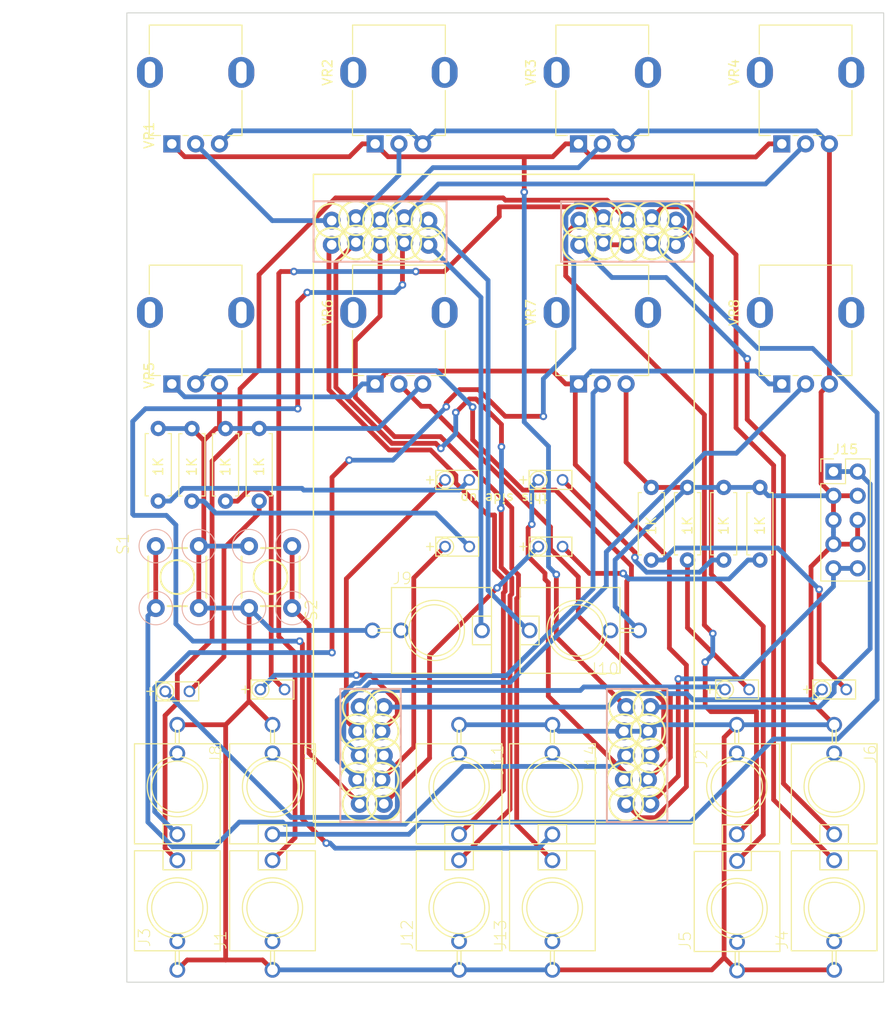
<source format=kicad_pcb>
(kicad_pcb (version 20211014) (generator pcbnew)
  (layers (0 "F.Cu" signal) (31 "B.Cu" signal) (34 "B.Paste" user) (35 "F.Paste" user) (36 "B.SilkS" user "B.Silkscreen") (37 "F.SilkS" user "F.Silkscreen") (38 "B.Mask" user) (39 "F.Mask" user) (44 "Edge.Cuts" user))
  (net 0 "")
  (net 1 "AUDIO_IN_L")
  (net 3 "gnd")
  (net 4 "GATE_OUT_1")
  (net 6 "AUDIO_IN_R")
  (net 8 "AUDIO_OUT_L")
  (net 10 "AUDIO_OUT_R")
  (net 12 "GATE_OUT_2")
  (net 14 "GATE_IN_2")
  (net 16 "GATE_IN_1")
  (net 18 "CV_OUT_1")
  (net 20 "CV_OUT_2")
  (net 22 "CV5")
  (net 24 "CV6")
  (net 26 "CV7")
  (net 28 "CV8")
  (net 30 "+12v")
  (net 31 "-12v")
  (net 32 "GPIO_A9")
  (net 33 "Net-(LED1-PadK)")
  (net 34 "GPIO_D7")
  (net 35 "Net-(LED2-PadK)")
  (net 36 "GPIO_D6")
  (net 37 "Net-(LED3-PadK)")
  (net 38 "GPIO_D4")
  (net 39 "Net-(LED4-PadK)")
  (net 40 "Net-(LED5-PadK)")
  (net 41 "GPIO_D3")
  (net 42 "Net-(LED6-PadK)")
  (net 43 "GPIO_D2")
  (net 44 "Net-(LED7-PadK)")
  (net 45 "GPIO_D1")
  (net 46 "Net-(LED8-PadK)")
  (net 47 "GPIO_A8")
  (net 48 "GPIO_D10")
  (net 49 "CV11")
  (net 50 "CV12")
  (net 51 "CV1")
  (net 52 "CV2")
  (net 53 "CV3")
  (net 54 "CV4")
  (net 55 "I2C_SCL")
  (net 56 "+3v3")
  (net 57 "CV9")
  (net 58 "CV10")
  (net 59 "+5v")
  (net 60 "GPIO_D5")
  (footprint "ES_Daisy_Patch_SM_FB_Rev1:LED" (layer "F.Cu") (at 112.15 79.275)
    (fp_text reference "LED7" hide)
    (fp_text value "CV_LED_1")
  )
  (footprint "ES_Daisy_Patch_SM_FB_Rev1:S_JACK" (layer "F.Cu") (at 122.15 104.475 180)
    (fp_text reference "J14")
    (fp_text value "EURO_JACK" hide)
  )
  (footprint "ES_Daisy_Patch_SM_FB_Rev1:S_JACK" (layer "F.Cu") (at 92.75 104.475 180)
    (fp_text reference "J7")
    (fp_text value "EURO_JACK" hide)
  )
  (footprint "ES_Daisy_Patch_SM_FB_Rev1:LED" (layer "F.Cu") (at 151.75 94.275)
    (fp_text reference "LED4" hide)
    (fp_text value "GATE_LED_O2")
  )
  (footprint "ES_Daisy_Patch_SM_FB_Rev1:TL1105SPF250Q_SILK" (layer "F.Cu") (at 82.75 82.475 -90)
    (fp_text reference "S1")
    (fp_text value "BUTT1" hide)
  )
  (footprint "ES_Daisy_Patch_SM_FB_Rev1:S_JACK" (layer "F.Cu") (at 82.75 117.2057)
    (fp_text reference "J3")
    (fp_text value "EURO_JACK" hide)
  )
  (footprint "benjiaomodular:Resistor_L6.3mm_D2.5mm_P7.62mm_Horizontal" (layer "F.Cu") (at 80.75 66.875 -90)
    (fp_text reference "R2" hide)
    (fp_text value "1K")
  )
  (footprint "benjiaomodular:Resistor_L6.3mm_D2.5mm_P7.62mm_Horizontal" (layer "F.Cu") (at 143.95 73.065 -90)
    (fp_text reference "R8" hide)
    (fp_text value "1K")
  )
  (footprint "benjiaomodular:Resistor_L6.3mm_D2.5mm_P7.62mm_Horizontal" (layer "F.Cu") (at 132.54 73.065 -90)
    (fp_text reference "R4" hide)
    (fp_text value "1K")
  )
  (footprint "benjiaomodular:Resistor_L6.3mm_D2.5mm_P7.62mm_Horizontal" (layer "F.Cu") (at 136.3433 73.065 -90)
    (fp_text reference "R3" hide)
    (fp_text value "1K")
  )
  (footprint "ES_Daisy_Patch_SM_FB_Rev1:S_JACK" (layer "F.Cu") (at 112.35 117.2057)
    (fp_text reference "J12")
    (fp_text value "EURO_JACK" hide)
  )
  (footprint "benjiaomodular:Potentiometer_RV09" (layer "F.Cu") (at 103.5333 37 90)
    (fp_text reference "VR2")
    (fp_text value "POT_9MM_SNAP-IN_")
  )
  (footprint "ES_Daisy_Patch_SM_FB_Rev1:LED" (layer "F.Cu") (at 82.75 94.475)
    (fp_text reference "LED6" hide)
    (fp_text value "GATE_LED_I1")
  )
  (footprint "ES_Daisy_Patch_SM_FB_Rev1:TL1105SPF250Q_SILK" (layer "F.Cu") (at 92.55 82.475 90)
    (fp_text reference "S2")
    (fp_text value "BUTT2" hide)
  )
  (footprint "ES_Daisy_Patch_SM_FB_Rev1:S_JACK" (layer "F.Cu") (at 122.15 117.2057)
    (fp_text reference "J13")
    (fp_text value "EURO_JACK" hide)
  )
  (footprint "benjiaomodular:Potentiometer_RV09" (layer "F.Cu") (at 124.8917 62.2 90)
    (fp_text reference "VR7")
    (fp_text value "POT_9MM_SNAP-IN_")
  )
  (footprint "ES_Daisy_Patch_SM_FB_Rev1:LED" (layer "F.Cu") (at 121.95 72.275)
    (fp_text reference "LED1" hide)
    (fp_text value "GEN_LED1")
  )
  (footprint "benjiaomodular:Resistor_L6.3mm_D2.5mm_P7.62mm_Horizontal" (layer "F.Cu") (at 140.1467 73.065 -90)
    (fp_text reference "R1" hide)
    (fp_text value "1K")
  )
  (footprint "ES_Daisy_Patch_SM_FB_Rev1:S_JACK" (layer "F.Cu") (at 151.75 104.475 180)
    (fp_text reference "J6")
    (fp_text value "EURO_JACK" hide)
  )
  (footprint "ES_Daisy_Patch_SM_FB_Rev1:S_JACK" (layer "F.Cu") (at 92.75 117.2057)
    (fp_text reference "J1")
    (fp_text value "EURO_JACK" hide)
  )
  (footprint "ES_Daisy_Patch_SM_FB_Rev1:S_JACK" (layer "F.Cu") (at 141.5193 104.475 180)
    (fp_text reference "J2")
    (fp_text value "EURO_JACK" hide)
  )
  (footprint "benjiaomodular:Potentiometer_RV09" (layer "F.Cu") (at 82.175 37 90)
    (fp_text reference "VR1")
    (fp_text value "POT_9MM_SNAP-IN_")
  )
  (footprint "ES_Daisy_Patch_SM_FB_Rev1:S_JACK" (layer "F.Cu") (at 112.35 104.475 180)
    (fp_text reference "J11")
    (fp_text value "EURO_JACK" hide)
  )
  (footprint "ES_Daisy_Patch_SM_FB_Rev1:S_JACK" (layer "F.Cu") (at 141.55 117.275)
    (fp_text reference "J5")
    (fp_text value "EURO_JACK" hide)
  )
  (footprint "ES_Daisy_Patch_SM_FB_Rev1:ES_DAISY_PATCH_SM_REV1" (layer "F.Cu") (at 117.05 74.2 90)
    (fp_text reference "U1" hide)
    (fp_text value "ES_DAISY_PATCH_SM_REV1" hide)
  )
  (footprint "Connector_PinHeader_2.54mm:PinHeader_2x05_P2.54mm_Vertical" (layer "F.Cu") (at 151.675 71.4)
    (fp_text reference "J15")
    (fp_text value "EuroPower")
  )
  (footprint "benjiaomodular:Potentiometer_RV09" (layer "F.Cu") (at 82.175 62.2 90)
    (fp_text reference "VR5")
    (fp_text value "POT_9MM_SNAP-IN_")
  )
  (footprint "benjiaomodular:Potentiometer_RV09" (layer "F.Cu") (at 146.25 62.2 90)
    (fp_text reference "VR8")
    (fp_text value "POT_9MM_SNAP-IN_")
  )
  (footprint "ES_Daisy_Patch_SM_FB_Rev1:S_JACK" (layer "F.Cu") (at 109.75 88.075 -90)
    (fp_text reference "J9")
    (fp_text value "EURO_JACK" hide)
  )
  (footprint "ES_Daisy_Patch_SM_FB_Rev1:LED" (layer "F.Cu") (at 92.75 94.275)
    (fp_text reference "LED5" hide)
    (fp_text value "GATE_LED_I2")
  )
  (footprint "ES_Daisy_Patch_SM_FB_Rev1:LED" (layer "F.Cu") (at 141.55 94.275)
    (fp_text reference "LED3" hide)
    (fp_text value "GATE_LED_O1")
  )
  (footprint "ES_Daisy_Patch_SM_FB_Rev1:LED" (layer "F.Cu") (at 121.95 79.275)
    (fp_text reference "LED8" hide)
    (fp_text value "CV_LED_2")
  )
  (footprint "benjiaomodular:Potentiometer_RV09" (layer "F.Cu") (at 146.25 37 90)
    (fp_text reference "VR4")
    (fp_text value "POT_9MM_SNAP-IN_")
  )
  (footprint "ES_Daisy_Patch_SM_FB_Rev1:S_JACK" (layer "F.Cu") (at 151.75 117.2057)
    (fp_text reference "J4")
    (fp_text value "EURO_JACK" hide)
  )
  (footprint "ES_Daisy_Patch_SM_FB_Rev1:S_JACK" (layer "F.Cu") (at 82.75 104.475 180)
    (fp_text reference "J8")
    (fp_text value "EURO_JACK" hide)
  )
  (footprint "benjiaomodular:Resistor_L6.3mm_D2.5mm_P7.62mm_Horizontal" (layer "F.Cu") (at 87.8167 66.885 -90)
    (fp_text reference "R5" hide)
    (fp_text value "1K")
  )
  (footprint "benjiaomodular:Potentiometer_RV09" (layer "F.Cu") (at 124.8917 37 90)
    (fp_text reference "VR3")
    (fp_text value "POT_9MM_SNAP-IN_")
  )
  (footprint "benjiaomodular:Resistor_L6.3mm_D2.5mm_P7.62mm_Horizontal" (layer "F.Cu") (at 84.2833 66.885 -90)
    (fp_text reference "R7" hide)
    (fp_text value "1K")
  )
  (footprint "ES_Daisy_Patch_SM_FB_Rev1:S_JACK" (layer "F.Cu") (at 124.75 88.075 90)
    (fp_text reference "J10")
    (fp_text value "EURO_JACK" hide)
  )
  (footprint "benjiaomodular:Potentiometer_RV09" (layer "F.Cu") (at 103.5333 62.2 90)
    (fp_text reference "VR6")
    (fp_text value "POT_9MM_SNAP-IN_")
  )
  (footprint "benjiaomodular:Resistor_L6.3mm_D2.5mm_P7.62mm_Horizontal" (layer "F.Cu") (at 91.35 66.875 -90)
    (fp_text reference "R6" hide)
    (fp_text value "1K")
  )
  (footprint "ES_Daisy_Patch_SM_FB_Rev1:LED" (layer "F.Cu") (at 112.15 72.275)
    (fp_text reference "LED2" hide)
    (fp_text value "GEN_LED1")
  )
  (gr_rect (start 77.45 23.25) (end 156.95 125) (layer "Edge.Cuts") (width 0.1) (fill none))
  (segment (start 110.8 50.4) (end 107.8 50.4) (width 0.5) (layer "F.Cu") (net 1))
  (segment (start 111 50.2) (end 110.8 50.4) (width 0.5) (layer "F.Cu") (net 1))
  (segment (start 116.5691 44.6309) (end 111 50.2) (width 0.5) (layer "F.Cu") (net 1))
  (segment (start 93.6204 50.4) (end 93.4102 50.6102) (width 0.5) (layer "F.Cu") (net 1))
  (segment (start 126.3184 43.6114) (end 127.51 44.803) (width 0.5) (layer "F.Cu") (net 1))
  (segment (start 95.1182 109.8375) (end 95.1182 90.4294) (width 0.5) (layer "F.Cu") (net 1))
  (segment (start 116.5691 43.6114) (end 116.5691 44.6309) (width 0.5) (layer "F.Cu") (net 1))
  (segment (start 92.75 112.2057) (end 95.1182 109.8375) (width 0.5) (layer "F.Cu") (net 1))
  (segment (start 95.1182 90.4294) (end 93.4102 88.7214) (width 0.5) (layer "F.Cu") (net 1))
  (segment (start 116.5691 43.6114) (end 126.3184 43.6114) (width 0.5) (layer "F.Cu") (net 1))
  (segment (start 95 50.4) (end 93.6204 50.4) (width 0.5) (layer "F.Cu") (net 1))
  (segment (start 93.4102 88.7214) (end 93.4102 50.6102) (width 0.5) (layer "F.Cu") (net 1))
  (via (at 95 50.4) (size 0.8) (drill 0.4) (layers "F.Cu" "B.Cu") (net 1))
  (via (at 107.8 50.4) (size 0.8) (drill 0.4) (layers "F.Cu" "B.Cu") (net 1))
  (segment (start 107.8 50.4) (end 95 50.4) (width 0.5) (layer "B.Cu") (net 1))
  (segment (start 87.8288 97.975) (end 82.75 97.975) (width 0.5) (layer "F.Cu") (net 3))
  (segment (start 83.7875 122.6682) (end 82.75 123.7057) (width 0.5) (layer "F.Cu") (net 3))
  (segment (start 150.3746 72.6396) (end 151.675 73.94) (width 0.5) (layer "F.Cu") (net 3))
  (segment (start 86.7907 66.885) (end 85.537 68.1387) (width 0.5) (layer "F.Cu") (net 3))
  (segment (start 90.2894 85.7262) (end 90.2894 95.5144) (width 0.5) (layer "F.Cu") (net 3))
  (segment (start 154.215 79.02) (end 152.9147 79.02) (width 0.5) (layer "F.Cu") (net 3))
  (segment (start 132.54 73.065) (end 136.3433 73.065) (width 0.5) (layer "F.Cu") (net 3))
  (segment (start 92.75 123.7057) (end 91.7125 122.6682) (width 0.5) (layer "F.Cu") (net 3))
  (segment (start 87.175 66.885) (end 86.7907 66.885) (width 0.5) (layer "F.Cu") (net 3))
  (segment (start 151.675 79.02) (end 152.9147 79.02) (width 0.5) (layer "F.Cu") (net 3))
  (segment (start 91.7125 122.6682) (end 87.8288 122.6682) (width 0.5) (layer "F.Cu") (net 3))
  (segment (start 138.8951 123.7057) (end 122.15 123.7057) (width 0.5) (layer "F.Cu") (net 3))
  (segment (start 149.3184 81.3766) (end 151.675 79.02) (width 0.5) (layer "F.Cu") (net 3))
  (segment (start 151.25 62.2) (end 150.3746 63.0754) (width 0.5) (layer "F.Cu") (net 3))
  (segment (start 85.0106 79.2238) (end 85.0106 85.7262) (width 0.5) (layer "F.Cu") (net 3))
  (segment (start 140.1879 99.3064) (end 140.1879 122.4129) (width 0.5) (layer "F.Cu") (net 3))
  (segment (start 140.1879 122.4129) (end 138.8951 123.7057) (width 0.5) (layer "F.Cu") (net 3))
  (segment (start 149.3184 95.5434) (end 149.3184 81.3766) (width 0.5) (layer "F.Cu") (net 3))
  (segment (start 85.537 78.6974) (end 85.0106 79.2238) (width 0.5) (layer "F.Cu") (net 3))
  (segment (start 154.215 73.94) (end 152.9147 73.94) (width 0.5) (layer "F.Cu") (net 3))
  (segment (start 87.175 66.885) (end 87.175 62.2) (width 0.5) (layer "F.Cu") (net 3))
  (segment (start 154.215 79.02) (end 154.215 76.48) (width 0.5) (layer "F.Cu") (net 3))
  (segment (start 84.2833 66.885) (end 85.537 68.1387) (width 0.5) (layer "F.Cu") (net 3))
  (segment (start 129.8917 70.4167) (end 132.54 73.065) (width 0.5) (layer "F.Cu") (net 3))
  (segment (start 85.537 68.1387) (end 85.537 78.6974) (width 0.5) (layer "F.Cu") (net 3))
  (segment (start 150.3746 63.0754) (end 150.3746 72.6396) (width 0.5) (layer "F.Cu") (net 3))
  (segment (start 140.1879 122.4129) (end 141.55 123.775) (width 0.5) (layer "F.Cu") (net 3))
  (segment (start 151.675 73.94) (end 152.9147 73.94) (width 0.5) (layer "F.Cu") (net 3))
  (segment (start 141.5193 97.975) (end 140.1879 99.3064) (width 0.5) (layer "F.Cu") (net 3))
  (segment (start 90.2894 95.5144) (end 92.75 97.975) (width 0.5) (layer "F.Cu") (net 3))
  (segment (start 90.2894 95.5144) (end 87.8288 97.975) (width 0.5) (layer "F.Cu") (net 3))
  (segment (start 87.8288 122.6682) (end 83.7875 122.6682) (width 0.5) (layer "F.Cu") (net 3))
  (segment (start 141.6193 123.7057) (end 141.55 123.775) (width 0.5) (layer "F.Cu") (net 3))
  (segment (start 129.8917 62.2) (end 129.8917 70.4167) (width 0.5) (layer "F.Cu") (net 3))
  (segment (start 151.75 97.975) (end 149.3184 95.5434) (width 0.5) (layer "F.Cu") (net 3))
  (segment (start 151.675 76.48) (end 151.675 73.94) (width 0.5) (layer "F.Cu") (net 3))
  (segment (start 151.25 37) (end 151.25 62.2) (width 0.5) (layer "F.Cu") (net 3))
  (segment (start 87.8167 66.885) (end 87.175 66.885) (width 0.5) (layer "F.Cu") (net 3))
  (segment (start 151.75 123.7057) (end 141.6193 123.7057) (width 0.5) (layer "F.Cu") (net 3))
  (segment (start 87.8288 97.975) (end 87.8288 122.6682) (width 0.5) (layer "F.Cu") (net 3))
  (segment (start 103.8583 66.875) (end 91.35 66.875) (width 0.5) (layer "B.Cu") (net 3))
  (segment (start 132.193 98.66) (end 129.653 98.66) (width 0.5) (layer "B.Cu") (net 3))
  (segment (start 128.5339 35.6422) (end 109.8911 35.6422) (width 0.5) (layer "B.Cu") (net 3))
  (segment (start 151.675 79.02) (end 151.675 77.7803) (width 0.5) (layer "B.Cu") (net 3))
  (segment (start 107.1667 35.6334) (end 88.5416 35.6334) (width 0.5) (layer "B.Cu") (net 3))
  (segment (start 112.35 97.975) (end 122.15 97.975) (width 0.5) (layer "B.Cu") (net 3))
  (segment (start 87.8267 66.875) (end 87.8167 66.885) (width 0.5) (layer "B.Cu") (net 3))
  (segment (start 141.5193 97.975) (end 132.878 97.975) (width 0.5) (layer "B.Cu") (net 3))
  (segment (start 90.2894 79.2238) (end 85.0106 79.2238) (width 0.5) (layer "B.Cu") (net 3))
  (segment (start 151.675 73.94) (end 144.825 73.94) (width 0.5) (layer "B.Cu") (net 3))
  (segment (start 88.5416 35.6334) (end 87.175 37) (width 0.5) (layer "B.Cu") (net 3))
  (segment (start 129.8917 37) (end 128.5339 35.6422) (width 0.5) (layer "B.Cu") (net 3))
  (segment (start 80.76 66.885) (end 80.75 66.875) (width 0.5) (layer "B.Cu") (net 3))
  (segment (start 143.95 73.065) (end 140.1467 73.065) (width 0.5) (layer "B.Cu") (net 3))
  (segment (start 128.7372 80.6711) (end 128.7372 85.5622) (width 0.5) (layer "B.Cu") (net 3))
  (segment (start 109.8911 35.6422) (end 108.5333 37) (width 0.5) (layer "B.Cu") (net 3))
  (segment (start 108.5333 62.2) (end 103.8583 66.875) (width 0.5) (layer "B.Cu") (net 3))
  (segment (start 151.675 76.48) (end 151.675 77.7803) (width 0.5) (layer "B.Cu") (net 3))
  (segment (start 122.835 98.66) (end 122.15 97.975) (width 0.5) (layer "B.Cu") (net 3))
  (segment (start 129.653 98.66) (end 122.835 98.66) (width 0.5) (layer "B.Cu") (net 3))
  (segment (start 132.878 97.975) (end 132.193 98.66) (width 0.5) (layer "B.Cu") (net 3))
  (segment (start 90.2894 85.7262) (end 92.6382 88.075) (width 0.5) (layer "B.Cu") (net 3))
  (segment (start 84.2833 66.885) (end 80.76 66.885) (width 0.5) (layer "B.Cu") (net 3))
  (segment (start 85.0106 85.7262) (end 90.2894 85.7262) (width 0.5) (layer "B.Cu") (net 3))
  (segment (start 131.2498 35.6419) (end 129.8917 37) (width 0.5) (layer "B.Cu") (net 3))
  (segment (start 149.8919 35.6419) (end 131.2498 35.6419) (width 0.5) (layer "B.Cu") (net 3))
  (segment (start 92.6382 88.075) (end 103.25 88.075) (width 0.5) (layer "B.Cu") (net 3))
  (segment (start 91.35 66.875) (end 87.8267 66.875) (width 0.5) (layer "B.Cu") (net 3))
  (segment (start 151.75 97.975) (end 141.5193 97.975) (width 0.5) (layer "B.Cu") (net 3))
  (segment (start 122.15 123.7057) (end 112.35 123.7057) (width 0.5) (layer "B.Cu") (net 3))
  (segment (start 108.5333 37) (end 107.1667 35.6334) (width 0.5) (layer "B.Cu") (net 3))
  (segment (start 144.825 73.94) (end 143.95 73.065) (width 0.5) (layer "B.Cu") (net 3))
  (segment (start 136.3433 73.065) (end 128.7372 80.6711) (width 0.5) (layer "B.Cu") (net 3))
  (segment (start 128.7372 85.5622) (end 131.25 88.075) (width 0.5) (layer "B.Cu") (net 3))
  (segment (start 140.1467 73.065) (end 136.3433 73.065) (width 0.5) (layer "B.Cu") (net 3))
  (segment (start 151.25 37) (end 149.8919 35.6419) (width 0.5) (layer "B.Cu") (net 3))
  (segment (start 112.35 123.7057) (end 92.75 123.7057) (width 0.5) (layer "B.Cu") (net 3))
  (segment (start 123.5482 46.4788) (end 124.97 45.057) (width 0.5) (layer "F.Cu") (net 4))
  (segment (start 143.5859 107.4084) (end 143.5859 96.5859) (width 0.5) (layer "F.Cu") (net 4))
  (segment (start 123.5482 50.86) (end 123.5482 46.4788) (width 0.5) (layer "F.Cu") (net 4))
  (segment (start 138.1168 87.4507) (end 138.1168 65.4286) (width 0.5) (layer "F.Cu") (net 4))
  (segment (start 138.1168 87.5168) (end 139 88.4) (width 0.5) (layer "F.Cu") (net 4))
  (segment (start 138.8 96.6) (end 143.5718 96.6) (width 0.5) (layer "F.Cu") (net 4))
  (segment (start 138.1168 65.4286) (end 123.5482 50.86) (width 0.5) (layer "F.Cu") (net 4))
  (segment (start 143.5718 96.6) (end 143.5859 96.5859) (width 0.5) (layer "F.Cu") (net 4))
  (segment (start 138.2 96) (end 138.8 96.6) (width 0.5) (layer "F.Cu") (net 4))
  (segment (start 138.2 91.4) (end 138.2 96) (width 0.5) (layer "F.Cu") (net 4))
  (segment (start 138.1168 87.4507) (end 138.1168 87.5168) (width 0.5) (layer "F.Cu") (net 4))
  (segment (start 141.5193 109.475) (end 143.5859 107.4084) (width 0.5) (layer "F.Cu") (net 4))
  (via (at 139 88.4) (size 0.8) (drill 0.4) (layers "F.Cu" "B.Cu") (net 4))
  (via (at 138.2 91.4) (size 0.8) (drill 0.4) (layers "F.Cu" "B.Cu") (net 4))
  (segment (start 139 90.6) (end 138.2 91.4) (width 0.5) (layer "B.Cu") (net 4))
  (segment (start 139 88.4) (end 139 90.6) (width 0.5) (layer "B.Cu") (net 4))
  (segment (start 86.4018 70.3059) (end 89.3356 67.3721) (width 0.5) (layer "F.Cu") (net 6))
  (segment (start 117.2093 42.9111) (end 127.9041 42.9111) (width 0.5) (layer "F.Cu") (net 6))
  (segment (start 91.3331 50.7261) (end 99.3829 42.6763) (width 0.5) (layer "F.Cu") (net 6))
  (segment (start 91.3331 60.7275) (end 91.3331 50.7261) (width 0.5) (layer "F.Cu") (net 6))
  (segment (start 82.75 112.2057) (end 81.4654 110.9211) (width 0.5) (layer "F.Cu") (net 6))
  (segment (start 89.3356 62.725) (end 91.3331 60.7275) (width 0.5) (layer "F.Cu") (net 6))
  (segment (start 99.3829 42.6763) (end 116.9745 42.6763) (width 0.5) (layer "F.Cu") (net 6))
  (segment (start 86.4018 89.0522) (end 86.4018 70.3059) (width 0.5) (layer "F.Cu") (net 6))
  (segment (start 82.75 95.7217) (end 82.75 92.704) (width 0.5) (layer "F.Cu") (net 6))
  (segment (start 81.4654 110.9211) (end 81.4654 97.0063) (width 0.5) (layer "F.Cu") (net 6))
  (segment (start 81.4654 97.0063) (end 82.75 95.7217) (width 0.5) (layer "F.Cu") (net 6))
  (segment (start 82.75 92.704) (end 86.4018 89.0522) (width 0.5) (layer "F.Cu") (net 6))
  (segment (start 116.9745 42.6763) (end 117.2093 42.9111) (width 0.5) (layer "F.Cu") (net 6))
  (segment (start 127.9041 42.9111) (end 130.05 45.057) (width 0.5) (layer "F.Cu") (net 6))
  (segment (start 89.3356 67.3721) (end 89.3356 62.725) (width 0.5) (layer "F.Cu") (net 6))
  (segment (start 133.7796 43.6134) (end 136.4134 43.6134) (width 0.5) (layer "F.Cu") (net 8))
  (segment (start 141.4392 48.6392) (end 141.4392 66.8036) (width 0.5) (layer "F.Cu") (net 8))
  (segment (start 145.3897 105.8454) (end 151.75 112.2057) (width 0.5) (layer "F.Cu") (net 8))
  (segment (start 145.3897 70.7541) (end 145.3897 105.8454) (width 0.5) (layer "F.Cu") (net 8))
  (segment (start 136.4134 43.6134) (end 141.4392 48.6392) (width 0.5) (layer "F.Cu") (net 8))
  (segment (start 132.59 44.803) (end 133.7796 43.6134) (width 0.5) (layer "F.Cu") (net 8))
  (segment (start 141.4392 66.8036) (end 145.3897 70.7541) (width 0.5) (layer "F.Cu") (net 8))
  (segment (start 138.8448 82.1917) (end 138.8448 48.7718) (width 0.5) (layer "F.Cu") (net 10))
  (segment (start 144.2983 87.6452) (end 138.8448 82.1917) (width 0.5) (layer "F.Cu") (net 10))
  (segment (start 138.8448 48.7718) (end 135.13 45.057) (width 0.5) (layer "F.Cu") (net 10))
  (segment (start 144.2983 109.5267) (end 144.2983 87.6452) (width 0.5) (layer "F.Cu") (net 10))
  (segment (start 141.55 112.275) (end 144.2983 109.5267) (width 0.5) (layer "F.Cu") (net 10))
  (segment (start 146.4231 104.1481) (end 146.4231 69.7378) (width 0.5) (layer "F.Cu") (net 12))
  (segment (start 146.4231 69.7378) (end 142.6162 65.9309) (width 0.5) (layer "F.Cu") (net 12))
  (segment (start 142.6162 65.9309) (end 142.6162 59.5547) (width 0.5) (layer "F.Cu") (net 12))
  (segment (start 151.75 109.475) (end 146.4231 104.1481) (width 0.5) (layer "F.Cu") (net 12))
  (via (at 142.6162 59.5547) (size 0.8) (drill 0.4) (layers "F.Cu" "B.Cu") (net 12))
  (segment (start 142.6162 59.5547) (end 134.092 51.0305) (width 0.5) (layer "B.Cu") (net 12))
  (segment (start 128.4035 51.0305) (end 124.97 47.597) (width 0.5) (layer "B.Cu") (net 12))
  (segment (start 134.092 51.0305) (end 128.4035 51.0305) (width 0.5) (layer "B.Cu") (net 12))
  (segment (start 143.7169 58.4699) (end 132.59 47.343) (width 0.5) (layer "B.Cu") (net 14))
  (segment (start 156.2637 95.3238) (end 156.2637 65.2478) (width 0.5) (layer "B.Cu") (net 14))
  (segment (start 136.6631 108.1996) (end 145.3877 99.475) (width 0.5) (layer "B.Cu") (net 14))
  (segment (start 108.3367 108.1996) (end 136.6631 108.1996) (width 0.5) (layer "B.Cu") (net 14))
  (segment (start 152.1125 99.475) (end 156.2637 95.3238) (width 0.5) (layer "B.Cu") (net 14))
  (segment (start 156.2637 65.2478) (end 149.4858 58.4699) (width 0.5) (layer "B.Cu") (net 14))
  (segment (start 107.0613 109.475) (end 108.3367 108.1996) (width 0.5) (layer "B.Cu") (net 14))
  (segment (start 92.75 109.475) (end 107.0613 109.475) (width 0.5) (layer "B.Cu") (net 14))
  (segment (start 145.3877 99.475) (end 152.1125 99.475) (width 0.5) (layer "B.Cu") (net 14))
  (segment (start 149.4858 58.4699) (end 143.7169 58.4699) (width 0.5) (layer "B.Cu") (net 14))
  (segment (start 111 64.2) (end 111 64.6) (width 0.5) (layer "F.Cu") (net 16))
  (segment (start 117.2 65.6) (end 114.4 62.8) (width 0.5) (layer "F.Cu") (net 16))
  (segment (start 121.2 65.6) (end 117.2 65.6) (width 0.5) (layer "F.Cu") (net 16))
  (segment (start 112.4 62.8) (end 112.2 63) (width 0.5) (layer "F.Cu") (net 16))
  (segment (start 100.8 70.2) (end 99 72) (width 0.5) (layer "F.Cu") (net 16))
  (segment (start 112.2 63) (end 111 64.2) (width 0.5) (layer "F.Cu") (net 16))
  (segment (start 99 72) (end 99 90.4) (width 0.5) (layer "F.Cu") (net 16))
  (segment (start 114.4 62.8) (end 112.4 62.8) (width 0.5) (layer "F.Cu") (net 16))
  (via (at 111 64.6) (size 0.8) (drill 0.4) (layers "F.Cu" "B.Cu") (net 16))
  (via (at 100.8 70.2) (size 0.8) (drill 0.4) (layers "F.Cu" "B.Cu") (net 16))
  (via (at 121.2 65.6) (size 0.8) (drill 0.4) (layers "F.Cu" "B.Cu") (net 16))
  (via (at 99 90.4) (size 0.8) (drill 0.4) (layers "F.Cu" "B.Cu") (net 16))
  (segment (start 121.2 61.6619) (end 121.2 65.6) (width 0.5) (layer "B.Cu") (net 16))
  (segment (start 111 64.6) (end 105.4 70.2) (width 0.5) (layer "B.Cu") (net 16))
  (segment (start 124.4021 58.4598) (end 124.4021 49.4857) (width 0.5) (layer "B.Cu") (net 16))
  (segment (start 123.572 48.6556) (end 123.572 44.4336) (width 0.5) (layer "B.Cu") (net 16))
  (segment (start 84.049 90.4) (end 80.3803 94.0687) (width 0.5) (layer "B.Cu") (net 16))
  (segment (start 123.5413 59.3206) (end 121.2 61.6619) (width 0.5) (layer "B.Cu") (net 16))
  (segment (start 105.4 70.2) (end 100.8 70.2) (width 0.5) (layer "B.Cu") (net 16))
  (segment (start 136.53 46.197) (end 135.13 47.597) (width 0.5) (layer "B.Cu") (net 16))
  (segment (start 135.4358 43.3869) (end 136.53 44.4811) (width 0.5) (layer "B.Cu") (net 16))
  (segment (start 123.5413 59.3206) (end 124.4021 58.4598) (width 0.5) (layer "B.Cu") (net 16))
  (segment (start 124.4021 49.4857) (end 123.572 48.6556) (width 0.5) (layer "B.Cu") (net 16))
  (segment (start 124.6187 43.3869) (end 135.4358 43.3869) (width 0.5) (layer "B.Cu") (net 16))
  (segment (start 80.3803 94.0687) (end 80.3803 107.1053) (width 0.5) (layer "B.Cu") (net 16))
  (segment (start 80.3803 107.1053) (end 82.75 109.475) (width 0.5) (layer "B.Cu") (net 16))
  (segment (start 123.572 44.4336) (end 124.6187 43.3869) (width 0.5) (layer "B.Cu") (net 16))
  (segment (start 136.53 44.4811) (end 136.53 46.197) (width 0.5) (layer "B.Cu") (net 16))
  (segment (start 99 90.4) (end 84.049 90.4) (width 0.5) (layer "B.Cu") (net 16))
  (segment (start 114.75 88.075) (end 114.6462 87.9712) (width 0.5) (layer "B.Cu") (net 18))
  (segment (start 114.6462 87.9712) (end 114.6462 53.1132) (width 0.5) (layer "B.Cu") (net 18))
  (segment (start 114.6462 53.1132) (end 109.13 47.597) (width 0.5) (layer "B.Cu") (net 18))
  (segment (start 115.3963 51.3233) (end 115.3963 83.8695) (width 0.5) (layer "B.Cu") (net 20))
  (segment (start 115.3963 83.8695) (end 119.6018 88.075) (width 0.5) (layer "B.Cu") (net 20))
  (segment (start 119.6018 88.075) (end 119.75 88.075) (width 0.5) (layer "B.Cu") (net 20))
  (segment (start 109.13 45.057) (end 115.3963 51.3233) (width 0.5) (layer "B.Cu") (net 20))
  (segment (start 117.1871 82.851) (end 116.0743 81.7382) (width 0.5) (layer "F.Cu") (net 22))
  (segment (start 115.359 75.959) (end 112.009925 72.609925) (width 0.5) (layer "F.Cu") (net 22))
  (segment (start 116.0743 81.7382) (end 116.0743 75.959) (width 0.5) (layer "F.Cu") (net 22))
  (segment (start 112.009925 72.609925) (end 112.009925 71.790075) (width 0.5) (layer "F.Cu") (net 22))
  (segment (start 116.0743 75.959) (end 115.359 75.959) (width 0.5) (layer "F.Cu") (net 22))
  (segment (start 98.6798 62.819) (end 98.6798 47.8872) (width 0.5) (layer "F.Cu") (net 22))
  (segment (start 98.6798 47.8872) (end 98.97 47.597) (width 0.5) (layer "F.Cu") (net 22))
  (segment (start 117.0013 84.1458) (end 117.1872 83.9599) (width 0.5) (layer "F.Cu") (net 22))
  (segment (start 112.35 109.475) (end 117.0013 104.8237) (width 0.5) (layer "F.Cu") (net 22))
  (segment (start 104.9962 69.1354) (end 98.6798 62.819) (width 0.5) (layer "F.Cu") (net 22))
  (segment (start 117.1872 83.9599) (end 117.1872 82.851) (width 0.5) (layer "F.Cu") (net 22))
  (segment (start 109.35525 69.1354) (end 104.9962 69.1354) (width 0.5) (layer "F.Cu") (net 22))
  (segment (start 117.1872 82.851) (end 117.1871 82.851) (width 0.5) (layer "F.Cu") (net 22))
  (segment (start 117.0013 104.8237) (end 117.0013 84.1458) (width 0.5) (layer "F.Cu") (net 22))
  (segment (start 112.009925 71.790075) (end 109.35525 69.1354) (width 0.5) (layer "F.Cu") (net 22))
  (segment (start 113.4174 63.7826) (end 112 65.2) (width 0.5) (layer "F.Cu") (net 24))
  (segment (start 117.7016 84.436) (end 117.8875 84.2501) (width 0.5) (layer "F.Cu") (net 24))
  (segment (start 116.8 66.456618) (end 114.125982 63.7826) (width 0.5) (layer "F.Cu") (net 24))
  (segment (start 109.903224 68.4351) (end 105.2864 68.4351) (width 0.5) (layer "F.Cu") (net 24))
  (segment (start 99.4076 62.5563) (end 99.4076 49.4454) (width 0.5) (layer "F.Cu") (net 24))
  (segment (start 116.7763 81.4497) (end 116.7763 75.5665) (width 0.5) (layer "F.Cu") (net 24))
  (segment (start 114.125982 63.7826) (end 113.4174 63.7826) (width 0.5) (layer "F.Cu") (net 24))
  (segment (start 116.7763 75.308176) (end 116.734062 75.265938) (width 0.5) (layer "F.Cu") (net 24))
  (segment (start 117.8875 82.5608) (end 116.7764 81.4497) (width 0.5) (layer "F.Cu") (net 24))
  (segment (start 117.8875 84.2501) (end 117.8875 82.5608) (width 0.5) (layer "F.Cu") (net 24))
  (segment (start 116.7764 81.4497) (end 116.7763 81.4497) (width 0.5) (layer "F.Cu") (net 24))
  (segment (start 116.7763 75.5665) (end 116.7763 75.308176) (width 0.5) (layer "F.Cu") (net 24))
  (segment (start 110.434062 68.965938) (end 109.903224 68.4351) (width 0.5) (layer "F.Cu") (net 24))
  (segment (start 105.2864 68.4351) (end 99.4076 62.5563) (width 0.5) (layer "F.Cu") (net 24))
  (segment (start 117.7016 106.8541) (end 117.7016 84.436) (width 0.5) (layer "F.Cu") (net 24))
  (segment (start 116.8 68.8) (end 116.8 66.456618) (width 0.5) (layer "F.Cu") (net 24))
  (segment (start 99.4076 49.4454) (end 101.51 47.343) (width 0.5) (layer "F.Cu") (net 24))
  (segment (start 112.35 112.2057) (end 117.7016 106.8541) (width 0.5) (layer "F.Cu") (net 24))
  (via (at 112 65.2) (size 0.8) (drill 0.4) (layers "F.Cu" "B.Cu") (net 24))
  (via (at 116.734062 75.265938) (size 0.8) (drill 0.4) (layers "F.Cu" "B.Cu") (net 24))
  (via (at 110.434062 68.965938) (size 0.8) (drill 0.4) (layers "F.Cu" "B.Cu") (net 24))
  (via (at 116.8 68.8) (size 0.8) (drill 0.4) (layers "F.Cu" "B.Cu") (net 24))
  (segment (start 112 67.4) (end 110.434062 68.965938) (width 0.5) (layer "B.Cu") (net 24))
  (segment (start 112 65.2) (end 112 67.4) (width 0.5) (layer "B.Cu") (net 24))
  (segment (start 116.734062 75.265938) (end 116.8 75.2) (width 0.5) (layer "B.Cu") (net 24))
  (segment (start 116.8 75.2) (end 116.8 68.8) (width 0.5) (layer "B.Cu") (net 24))
  (segment (start 101.4532 57.679) (end 101.4532 63.6114) (width 0.5) (layer "F.Cu") (net 26))
  (segment (start 117.8875 81.5557) (end 118.5878 82.256) (width 0.5) (layer "F.Cu") (net 26))
  (segment (start 118.5878 84.5403) (end 118.4019 84.7262) (width 0.5) (layer "F.Cu") (net 26))
  (segment (start 101.4532 63.6114) (end 105.5766 67.7348) (width 0.5) (layer "F.Cu") (net 26))
  (segment (start 118.5878 82.256) (end 118.5878 84.5403) (width 0.5) (layer "F.Cu") (net 26))
  (segment (start 118.4019 108.4576) (end 122.15 112.2057) (width 0.5) (layer "F.Cu") (net 26))
  (segment (start 117.8875 75.218) (end 117.8875 81.5557) (width 0.5) (layer "F.Cu") (net 26))
  (segment (start 104.05 47.597) (end 104.05 55.0822) (width 0.5) (layer "F.Cu") (net 26))
  (segment (start 118.4019 84.7262) (end 118.4019 108.4576) (width 0.5) (layer "F.Cu") (net 26))
  (segment (start 104.05 55.0822) (end 101.4532 57.679) (width 0.5) (layer "F.Cu") (net 26))
  (segment (start 110.4043 67.7348) (end 117.8875 75.218) (width 0.5) (layer "F.Cu") (net 26))
  (segment (start 105.5766 67.7348) (end 110.4043 67.7348) (width 0.5) (layer "F.Cu") (net 26))
  (segment (start 95.4 53.6) (end 96.4 52.6) (width 0.5) (layer "F.Cu") (net 28))
  (segment (start 95.4 64.8) (end 95.4 53.6) (width 0.5) (layer "F.Cu") (net 28))
  (segment (start 98.4 110.4) (end 95.8863 107.8863) (width 0.5) (layer "F.Cu") (net 28))
  (segment (start 95.8863 89.4863) (end 95.6 89.2) (width 0.5) (layer "F.Cu") (net 28))
  (segment (start 95.8863 107.8863) (end 95.8863 89.4863) (width 0.5) (layer "F.Cu") (net 28))
  (segment (start 106.4 47.533) (end 106.59 47.343) (width 0.5) (layer "F.Cu") (net 28))
  (segment (start 106.4 51.8) (end 106.4 47.533) (width 0.5) (layer "F.Cu") (net 28))
  (via (at 96.4 52.6) (size 0.8) (drill 0.4) (layers "F.Cu" "B.Cu") (net 28))
  (via (at 95.6 89.2) (size 0.8) (drill 0.4) (layers "F.Cu" "B.Cu") (net 28))
  (via (at 98.4 110.4) (size 0.8) (drill 0.4) (layers "F.Cu" "B.Cu") (net 28))
  (via (at 106.4 51.8) (size 0.8) (drill 0.4) (layers "F.Cu" "B.Cu") (net 28))
  (via (at 95.4 64.8) (size 0.8) (drill 0.4) (layers "F.Cu" "B.Cu") (net 28))
  (segment (start 99.3307 110.9307) (end 98.8 110.4) (width 0.5) (layer "B.Cu") (net 28))
  (segment (start 98.8 110.4) (end 98.4 110.4) (width 0.5) (layer "B.Cu") (net 28))
  (segment (start 81.6 76) (end 78.2 76) (width 0.5) (layer "B.Cu") (net 28))
  (segment (start 82.6 77) (end 81.6 76) (width 0.5) (layer "B.Cu") (net 28))
  (segment (start 83 87.8) (end 82.6 87.4) (width 0.5) (layer "B.Cu") (net 28))
  (segment (start 122.15 109.475) (end 120.6943 110.9307) (width 0.5) (layer "B.Cu") (net 28))
  (segment (start 84.4 89.2) (end 83 87.8) (width 0.5) (layer "B.Cu") (net 28))
  (segment (start 78.2 76) (end 78.065 75.865) (width 0.5) (layer "B.Cu") (net 28))
  (segment (start 79.2 65) (end 79.4 64.8) (width 0.5) (layer "B.Cu") (net 28))
  (segment (start 96.4 52.6) (end 105.6 52.6) (width 0.5) (layer "B.Cu") (net 28))
  (segment (start 120.6943 110.9307) (end 99.3307 110.9307) (width 0.5) (layer "B.Cu") (net 28))
  (segment (start 95.6 89.2) (end 84.4 89.2) (width 0.5) (layer "B.Cu") (net 28))
  (segment (start 78.065 75.865) (end 78.065 66.135) (width 0.5) (layer "B.Cu") (net 28))
  (segment (start 78.065 66.135) (end 79.2 65) (width 0.5) (layer "B.Cu") (net 28))
  (segment (start 105.6 52.6) (end 106.4 51.8) (width 0.5) (layer "B.Cu") (net 28))
  (segment (start 82.6 87.4) (end 82.6 77) (width 0.5) (layer "B.Cu") (net 28))
  (segment (start 79.4 64.8) (end 95.4 64.8) (width 0.5) (layer "B.Cu") (net 28))
  (segment (start 151.675 71.4) (end 154.215 71.4) (width 0.5) (layer "B.Cu") (net 30))
  (segment (start 155.5302 89.9951) (end 151.75 93.7753) (width 0.5) (layer "B.Cu") (net 30))
  (segment (start 150.1852 96.12) (end 132.447 96.12) (width 0.5) (layer "B.Cu") (net 30))
  (segment (start 151.75 93.7753) (end 151.75 94.5552) (width 0.5) (layer "B.Cu") (net 30))
  (segment (start 151.75 94.5552) (end 150.1852 96.12) (width 0.5) (layer "B.Cu") (net 30))
  (segment (start 155.5302 72.7152) (end 155.5302 89.9951) (width 0.5) (layer "B.Cu") (net 30))
  (segment (start 154.215 71.4) (end 155.5302 72.7152) (width 0.5) (layer "B.Cu") (net 30))
  (segment (start 135.3727 103.3543) (end 135.3727 93.159) (width 0.5) (layer "F.Cu") (net 31))
  (segment (start 132.447 106.28) (end 135.3727 103.3543) (width 0.5) (layer "F.Cu") (net 31))
  (via (at 135.3727 93.159) (size 0.8) (drill 0.4) (layers "F.Cu" "B.Cu") (net 31))
  (segment (start 135.3727 93.159) (end 141.9788 93.159) (width 0.5) (layer "B.Cu") (net 31))
  (segment (start 154.215 81.56) (end 151.675 81.56) (width 0.5) (layer "B.Cu") (net 31))
  (segment (start 151.675 83.4628) (end 151.675 81.56) (width 0.5) (layer "B.Cu") (net 31))
  (segment (start 141.9788 93.159) (end 151.675 83.4628) (width 0.5) (layer "B.Cu") (net 31))
  (segment (start 121.3725 82.7071) (end 121.7228 83.0574) (width 0.5) (layer "F.Cu") (net 32))
  (segment (start 121.7228 94.9818) (end 129.653 102.912) (width 0.5) (layer "F.Cu") (net 32))
  (segment (start 121.3725 82.0693) (end 121.3725 82.7071) (width 0.5) (layer "F.Cu") (net 32))
  (segment (start 119.9881 76.9243) (end 119.5988 77.3136) (width 0.5) (layer "F.Cu") (net 32))
  (segment (start 121.7228 83.0574) (end 121.7228 94.9818) (width 0.5) (layer "F.Cu") (net 32))
  (segment (start 119.5988 80.2956) (end 121.3725 82.0693) (width 0.5) (layer "F.Cu") (net 32))
  (segment (start 129.653 102.912) (end 129.653 103.74) (width 0.5) (layer "F.Cu") (net 32))
  (segment (start 119.5988 77.3136) (end 119.5988 80.2956) (width 0.5) (layer "F.Cu") (net 32))
  (via (at 119.9881 76.9243) (size 0.8) (drill 0.4) (layers "F.Cu" "B.Cu") (net 32))
  (segment (start 119.9881 72.9669) (end 119.9881 76.9243) (width 0.5) (layer "B.Cu") (net 32))
  (segment (start 120.68 72.275) (end 119.9881 72.9669) (width 0.5) (layer "B.Cu") (net 32))
  (segment (start 123.22 72.275) (end 130.8174 79.8724) (width 0.5) (layer "F.Cu") (net 33))
  (segment (start 130.8174 79.8724) (end 130.8174 80.422) (width 0.5) (layer "F.Cu") (net 33))
  (via (at 130.8174 80.422) (size 0.8) (drill 0.4) (layers "F.Cu" "B.Cu") (net 33))
  (segment (start 140.1467 80.685) (end 138.8964 80.685) (width 0.5) (layer "B.Cu") (net 33))
  (segment (start 138.8964 80.685) (end 137.621 81.9604) (width 0.5) (layer "B.Cu") (net 33))
  (segment (start 130.8174 80.7308) (end 130.8174 80.422) (width 0.5) (layer "B.Cu") (net 33))
  (segment (start 132.047 81.9604) (end 130.8174 80.7308) (width 0.5) (layer "B.Cu") (net 33))
  (segment (start 137.621 81.9604) (end 132.047 81.9604) (width 0.5) (layer "B.Cu") (net 33))
  (segment (start 100.5032 82.6518) (end 100.5032 97.5102) (width 0.5) (layer "F.Cu") (net 34))
  (segment (start 110.88 72.275) (end 100.5032 82.6518) (width 0.5) (layer "F.Cu") (net 34))
  (segment (start 100.5032 97.5102) (end 101.653 98.66) (width 0.5) (layer "F.Cu") (net 34))
  (segment (start 83.3347 73.1606) (end 82.0003 74.495) (width 0.5) (layer "B.Cu") (net 35))
  (segment (start 113.42 72.275) (end 112.3516 73.3434) (width 0.5) (layer "B.Cu") (net 35))
  (segment (start 96.0302 73.3434) (end 95.8474 73.1606) (width 0.5) (layer "B.Cu") (net 35))
  (segment (start 95.8474 73.1606) (end 83.3347 73.1606) (width 0.5) (layer "B.Cu") (net 35))
  (segment (start 80.75 74.495) (end 82.0003 74.495) (width 0.5) (layer "B.Cu") (net 35))
  (segment (start 112.3516 73.3434) (end 96.0302 73.3434) (width 0.5) (layer "B.Cu") (net 35))
  (segment (start 103.6494 94.3776) (end 101.907 96.12) (width 0.5) (layer "B.Cu") (net 36))
  (segment (start 140.0144 94.0094) (end 125.4567 94.0094) (width 0.5) (layer "B.Cu") (net 36))
  (segment (start 140.28 94.275) (end 140.0144 94.0094) (width 0.5) (layer "B.Cu") (net 36))
  (segment (start 125.0885 94.3776) (end 103.6494 94.3776) (width 0.5) (layer "B.Cu") (net 36))
  (segment (start 125.4567 94.0094) (end 125.0885 94.3776) (width 0.5) (layer "B.Cu") (net 36))
  (segment (start 136.3433 87.7983) (end 136.3433 80.685) (width 0.5) (layer "F.Cu") (net 37))
  (segment (start 142.82 94.275) (end 136.3433 87.7983) (width 0.5) (layer "F.Cu") (net 37))
  (segment (start 149.4018 95.3532) (end 150.48 94.275) (width 0.5) (layer "B.Cu") (net 38))
  (segment (start 127.941 96.12) (end 129.3512 94.7098) (width 0.5) (layer "B.Cu") (net 38))
  (segment (start 136.9114 95.3532) (end 149.4018 95.3532) (width 0.5) (layer "B.Cu") (net 38))
  (segment (start 129.3512 94.7098) (end 136.268 94.7098) (width 0.5) (layer "B.Cu") (net 38))
  (segment (start 136.268 94.7098) (end 136.9114 95.3532) (width 0.5) (layer "B.Cu") (net 38))
  (segment (start 104.447 96.12) (end 127.941 96.12) (width 0.5) (layer "B.Cu") (net 38))
  (segment (start 150.1687 91.4237) (end 153.02 94.275) (width 0.5) (layer "F.Cu") (net 39))
  (segment (start 150.1687 83.7665) (end 150.1687 91.4237) (width 0.5) (layer "F.Cu") (net 39))
  (via (at 150.1687 83.7665) (size 0.8) (drill 0.4) (layers "F.Cu" "B.Cu") (net 39))
  (segment (start 135.0494 79.4259) (end 133.7903 80.685) (width 0.5) (layer "B.Cu") (net 39))
  (segment (start 132.54 80.685) (end 133.7903 80.685) (width 0.5) (layer "B.Cu") (net 39))
  (segment (start 150.1687 83.7665) (end 145.8281 79.4259) (width 0.5) (layer "B.Cu") (net 39))
  (segment (start 145.8281 79.4259) (end 135.0494 79.4259) (width 0.5) (layer "B.Cu") (net 39))
  (segment (start 89.067 74.505) (end 90.3391 73.2329) (width 0.5) (layer "F.Cu") (net 40))
  (segment (start 87.8167 74.505) (end 89.067 74.505) (width 0.5) (layer "F.Cu") (net 40))
  (segment (start 92.6111 73.9847) (end 92.6111 92.8661) (width 0.5) (layer "F.Cu") (net 40))
  (segment (start 92.6111 92.8661) (end 94.02 94.275) (width 0.5) (layer "F.Cu") (net 40))
  (segment (start 91.8593 73.2329) (end 92.6111 73.9847) (width 0.5) (layer "F.Cu") (net 40))
  (segment (start 90.3391 73.2329) (end 91.8593 73.2329) (width 0.5) (layer "F.Cu") (net 40))
  (segment (start 105.8606 106.8464) (end 105.8606 102.6136) (width 0.5) (layer "B.Cu") (net 41))
  (segment (start 81.48 94.475) (end 94.7056 107.7006) (width 0.5) (layer "B.Cu") (net 41))
  (segment (start 94.7056 107.7006) (end 105.0064 107.7006) (width 0.5) (layer "B.Cu") (net 41))
  (segment (start 105.0064 107.7006) (end 105.8606 106.8464) (width 0.5) (layer "B.Cu") (net 41))
  (segment (start 105.8606 102.6136) (end 104.447 101.2) (width 0.5) (layer "B.Cu") (net 41))
  (segment (start 91.35 75.7453) (end 87.6501 79.4452) (width 0.5) (layer "F.Cu") (net 42))
  (segment (start 87.6501 90.8449) (end 84.02 94.475) (width 0.5) (layer "F.Cu") (net 42))
  (segment (start 91.35 74.495) (end 91.35 75.7453) (width 0.5) (layer "F.Cu") (net 42))
  (segment (start 87.6501 79.4452) (end 87.6501 90.8449) (width 0.5) (layer "F.Cu") (net 42))
  (segment (start 110.88 79.275) (end 107.5923 82.5627) (width 0.5) (layer "F.Cu") (net 43))
  (segment (start 107.5923 100.3407) (end 104.193 103.74) (width 0.5) (layer "F.Cu") (net 43))
  (segment (start 107.5923 82.5627) (end 107.5923 100.3407) (width 0.5) (layer "F.Cu") (net 43))
  (segment (start 109.9003 75.7553) (end 113.42 79.275) (width 0.5) (layer "B.Cu") (net 44))
  (segment (start 86.7839 75.7553) (end 109.9003 75.7553) (width 0.5) (layer "B.Cu") (net 44))
  (segment (start 85.5336 74.505) (end 86.7839 75.7553) (width 0.5) (layer "B.Cu") (net 44))
  (segment (start 84.2833 74.505) (end 85.5336 74.505) (width 0.5) (layer "B.Cu") (net 44))
  (segment (start 109.2474 90.6971) (end 109.2474 101.4796) (width 0.5) (layer "F.Cu") (net 45))
  (segment (start 109.2474 101.4796) (end 104.447 106.28) (width 0.5) (layer "F.Cu") (net 45))
  (segment (start 116.3369 83.6076) (end 109.2474 90.6971) (width 0.5) (layer "F.Cu") (net 45))
  (via (at 116.3369 83.6076) (size 0.8) (drill 0.4) (layers "F.Cu" "B.Cu") (net 45))
  (segment (start 120.6695 79.275) (end 116.3369 83.6076) (width 0.5) (layer "B.Cu") (net 45))
  (segment (start 120.68 79.275) (end 120.6695 79.275) (width 0.5) (layer "B.Cu") (net 45))
  (segment (start 123.22 79.275) (end 126.0336 82.0886) (width 0.5) (layer "F.Cu") (net 46))
  (segment (start 126.0336 82.0886) (end 129.5875 82.0886) (width 0.5) (layer "F.Cu") (net 46))
  (via (at 129.5875 82.0886) (size 0.8) (drill 0.4) (layers "F.Cu" "B.Cu") (net 46))
  (segment (start 143.95 80.685) (end 142.6997 80.685) (width 0.5) (layer "B.Cu") (net 46))
  (segment (start 130.1731 82.6742) (end 140.7105 82.6742) (width 0.5) (layer "B.Cu") (net 46))
  (segment (start 140.7105 82.6742) (end 142.6997 80.685) (width 0.5) (layer "B.Cu") (net 46))
  (segment (start 129.5875 82.0886) (end 130.1731 82.6742) (width 0.5) (layer "B.Cu") (net 46))
  (segment (start 80.4894 85.7262) (end 80.4894 79.2238) (width 0.5) (layer "F.Cu") (net 47))
  (segment (start 79.66 86.5556) (end 79.66 108.1951) (width 0.5) (layer "B.Cu") (net 47))
  (segment (start 79.66 108.1951) (end 82.246 110.7811) (width 0.5) (layer "B.Cu") (net 47))
  (segment (start 112.779 102.3498) (end 128.7572 102.3498) (width 0.5) (layer "B.Cu") (net 47))
  (segment (start 86.6749 110.7811) (end 89.2616 108.1944) (width 0.5) (layer "B.Cu") (net 47))
  (segment (start 106.7168 108.412) (end 112.779 102.3498) (width 0.5) (layer "B.Cu") (net 47))
  (segment (start 89.2616 108.1944) (end 93.8188 108.1944) (width 0.5) (layer "B.Cu") (net 47))
  (segment (start 128.7572 102.3498) (end 129.907 101.2) (width 0.5) (layer "B.Cu") (net 47))
  (segment (start 82.246 110.7811) (end 86.6749 110.7811) (width 0.5) (layer "B.Cu") (net 47))
  (segment (start 93.8188 108.1944) (end 94.0364 108.412) (width 0.5) (layer "B.Cu") (net 47))
  (segment (start 94.0364 108.412) (end 106.7168 108.412) (width 0.5) (layer "B.Cu") (net 47))
  (segment (start 80.4894 85.7262) (end 79.66 86.5556) (width 0.5) (layer "B.Cu") (net 47))
  (segment (start 96.5863 87.5019) (end 96.5863 100.9593) (width 0.5) (layer "F.Cu") (net 48))
  (segment (start 94.8106 85.7262) (end 96.5863 87.5019) (width 0.5) (layer "F.Cu") (net 48))
  (segment (start 96.5863 100.9593) (end 101.907 106.28) (width 0.5) (layer "F.Cu") (net 48))
  (segment (start 94.8106 79.2238) (end 94.8106 85.7262) (width 0.5) (layer "F.Cu") (net 48))
  (segment (start 101.3193 93.6209) (end 101.8995 93.6209) (width 0.5) (layer "B.Cu") (net 49))
  (segment (start 117.3053 92.8258) (end 126.4151 83.716) (width 0.5) (layer "B.Cu") (net 49))
  (segment (start 102.6946 92.8258) (end 117.3053 92.8258) (width 0.5) (layer "B.Cu") (net 49))
  (segment (start 126.4151 63.1766) (end 127.3917 62.2) (width 0.5) (layer "B.Cu") (net 49))
  (segment (start 99.544 101.631) (end 99.544 95.3962) (width 0.5) (layer "B.Cu") (net 49))
  (segment (start 101.653 103.74) (end 99.544 101.631) (width 0.5) (layer "B.Cu") (net 49))
  (segment (start 99.544 95.3962) (end 101.3193 93.6209) (width 0.5) (layer "B.Cu") (net 49))
  (segment (start 126.4151 83.716) (end 126.4151 63.1766) (width 0.5) (layer "B.Cu") (net 49))
  (segment (start 101.8995 93.6209) (end 102.6946 92.8258) (width 0.5) (layer "B.Cu") (net 49))
  (segment (start 127.8156 79.8244) (end 138.1665 69.4735) (width 0.5) (layer "B.Cu") (net 50))
  (segment (start 100.2444 95.7413) (end 101.6645 94.3212) (width 0.5) (layer "B.Cu") (net 50))
  (segment (start 101.907 101.2) (end 100.2444 99.5374) (width 0.5) (layer "B.Cu") (net 50))
  (segment (start 102.9848 93.5261) (end 117.7052 93.5261) (width 0.5) (layer "B.Cu") (net 50))
  (segment (start 100.2444 99.5374) (end 100.2444 95.7413) (width 0.5) (layer "B.Cu") (net 50))
  (segment (start 141.4765 69.4735) (end 148.75 62.2) (width 0.5) (layer "B.Cu") (net 50))
  (segment (start 117.7052 93.5261) (end 127.8156 83.4157) (width 0.5) (layer "B.Cu") (net 50))
  (segment (start 102.1897 94.3212) (end 102.9848 93.5261) (width 0.5) (layer "B.Cu") (net 50))
  (segment (start 101.6645 94.3212) (end 102.1897 94.3212) (width 0.5) (layer "B.Cu") (net 50))
  (segment (start 138.1665 69.4735) (end 141.4765 69.4735) (width 0.5) (layer "B.Cu") (net 50))
  (segment (start 127.8156 83.4157) (end 127.8156 79.8244) (width 0.5) (layer "B.Cu") (net 50))
  (segment (start 84.675 37) (end 92.732 45.057) (width 0.5) (layer "B.Cu") (net 51))
  (segment (start 92.732 45.057) (end 98.97 45.057) (width 0.5) (layer "B.Cu") (net 51))
  (segment (start 106.0333 37) (end 106.0333 40.2797) (width 0.5) (layer "B.Cu") (net 52))
  (segment (start 106.0333 40.2797) (end 101.51 44.803) (width 0.5) (layer "B.Cu") (net 52))
  (segment (start 127.3917 37) (end 124.8941 39.4976) (width 0.5) (layer "B.Cu") (net 53))
  (segment (start 109.6094 39.4976) (end 104.05 45.057) (width 0.5) (layer "B.Cu") (net 53))
  (segment (start 124.8941 39.4976) (end 109.6094 39.4976) (width 0.5) (layer "B.Cu") (net 53))
  (segment (start 144.5395 41.2105) (end 110.1825 41.2105) (width 0.5) (layer "B.Cu") (net 54))
  (segment (start 110.1825 41.2105) (end 106.59 44.803) (width 0.5) (layer "B.Cu") (net 54))
  (segment (start 148.75 37) (end 144.5395 41.2105) (width 0.5) (layer "B.Cu") (net 54))
  (segment (start 127.764 47.597) (end 127.51 47.343) (width 0.5) (layer "F.Cu") (net 55))
  (segment (start 130.05 47.597) (end 127.764 47.597) (width 0.5) (layer "F.Cu") (net 55))
  (segment (start 124.8917 62.2) (end 124.5542 62.2) (width 0.5) (layer "F.Cu") (net 56))
  (segment (start 124.5542 62.2) (end 124.5542 70.6643) (width 0.5) (layer "F.Cu") (net 56))
  (segment (start 124.5542 70.6643) (end 134.4416 80.5517) (width 0.5) (layer "F.Cu") (net 56))
  (segment (start 103.5333 62.2) (end 104.8836 60.8497) (width 0.5) (layer "F.Cu") (net 56))
  (segment (start 104.8836 60.8497) (end 122.1911 60.8497) (width 0.5) (layer "F.Cu") (net 56))
  (segment (start 131.3619 107.7349) (end 129.907 106.28) (width 0.5) (layer "F.Cu") (net 56))
  (segment (start 132.9687 107.7349) (end 131.3619 107.7349) (width 0.5) (layer "F.Cu") (net 56))
  (segment (start 134.4416 89.9357) (end 136.2245 91.7186) (width 0.5) (layer "F.Cu") (net 56))
  (segment (start 124.5542 62.2) (end 123.5414 62.2) (width 0.5) (layer "F.Cu") (net 56))
  (segment (start 134.4416 80.5517) (end 134.4416 89.9357) (width 0.5) (layer "F.Cu") (net 56))
  (segment (start 122.1911 60.8497) (end 123.5414 62.2) (width 0.5) (layer "F.Cu") (net 56))
  (segment (start 136.2245 104.4791) (end 132.9687 107.7349) (width 0.5) (layer "F.Cu") (net 56))
  (segment (start 136.2245 91.7186) (end 136.2245 104.4791) (width 0.5) (layer "F.Cu") (net 56))
  (segment (start 100.8279 63.5551) (end 83.5301 63.5551) (width 0.5) (layer "B.Cu") (net 56))
  (segment (start 126.242 60.8497) (end 143.5494 60.8497) (width 0.5) (layer "B.Cu") (net 56))
  (segment (start 146.25 62.2) (end 144.8997 62.2) (width 0.5) (layer "B.Cu") (net 56))
  (segment (start 124.8917 62.2) (end 126.242 60.8497) (width 0.5) (layer "B.Cu") (net 56))
  (segment (start 102.183 62.2) (end 100.8279 63.5551) (width 0.5) (layer "B.Cu") (net 56))
  (segment (start 103.5333 62.2) (end 102.183 62.2) (width 0.5) (layer "B.Cu") (net 56))
  (segment (start 143.5494 60.8497) (end 144.8997 62.2) (width 0.5) (layer "B.Cu") (net 56))
  (segment (start 83.5301 63.5551) (end 82.175 62.2) (width 0.5) (layer "B.Cu") (net 56))
  (segment (start 113.7739 68.05615) (end 113.7739 64.6326) (width 0.5) (layer "F.Cu") (net 57))
  (segment (start 122.482425 73.341125) (end 119.058875 73.341125) (width 0.5) (layer "F.Cu") (net 57))
  (segment (start 129.9639 82.9148) (end 130.454 82.4247) (width 0.5) (layer "F.Cu") (net 57))
  (segment (start 129.9639 90.4012) (end 129.9639 82.9148) (width 0.5) (layer "F.Cu") (net 57))
  (segment (start 130.454 81.3127) (end 122.482425 73.341125) (width 0.5) (layer "F.Cu") (net 57))
  (segment (start 134.5416 94.9789) (end 129.9639 90.4012) (width 0.5) (layer "F.Cu") (net 57))
  (segment (start 132.193 103.74) (end 134.5416 101.3914) (width 0.5) (layer "F.Cu") (net 57))
  (segment (start 134.5416 101.3914) (end 134.5416 94.9789) (width 0.5) (layer "F.Cu") (net 57))
  (segment (start 119.058875 73.341125) (end 113.7739 68.05615) (width 0.5) (layer "F.Cu") (net 57))
  (segment (start 130.454 82.4247) (end 130.454 81.3127) (width 0.5) (layer "F.Cu") (net 57))
  (via (at 113.7739 64.6326) (size 0.8) (drill 0.4) (layers "F.Cu" "B.Cu") (net 57))
  (segment (start 86.068 60.807) (end 109.9483 60.807) (width 0.5) (layer "B.Cu") (net 57))
  (segment (start 84.675 62.2) (end 86.068 60.807) (width 0.5) (layer "B.Cu") (net 57))
  (segment (start 109.9483 60.807) (end 113.7739 64.6326) (width 0.5) (layer "B.Cu") (net 57))
  (segment (start 121.95 77.2222) (end 121.95 79.5348) (width 0.5) (layer "F.Cu") (net 58))
  (segment (start 124.8714 86.5782) (end 133.8412 95.548) (width 0.5) (layer "F.Cu") (net 58))
  (segment (start 133.8412 95.548) (end 133.8412 99.8058) (width 0.5) (layer "F.Cu") (net 58))
  (segment (start 108.3778 64.5445) (end 109.2723 64.5445) (width 0.5) (layer "F.Cu") (net 58))
  (segment (start 106.0333 62.2) (end 108.3778 64.5445) (width 0.5) (layer "F.Cu") (net 58))
  (segment (start 109.2723 64.5445) (end 121.95 77.2222) (width 0.5) (layer "F.Cu") (net 58))
  (segment (start 133.8412 99.8058) (end 132.447 101.2) (width 0.5) (layer "F.Cu") (net 58))
  (segment (start 124.8714 82.4562) (end 124.8714 86.5782) (width 0.5) (layer "F.Cu") (net 58))
  (segment (start 121.95 79.5348) (end 124.8714 82.4562) (width 0.5) (layer "F.Cu") (net 58))
  (segment (start 122.5631 88.7761) (end 122.5631 82.1998) (width 0.5) (layer "F.Cu") (net 59))
  (segment (start 103.5333 37) (end 104.8877 38.3544) (width 0.5) (layer "F.Cu") (net 59))
  (segment (start 129.907 96.12) (end 122.5631 88.7761) (width 0.5) (layer "F.Cu") (net 59))
  (segment (start 119.1925 38.3544) (end 119.1925 42.0608) (width 0.5) (layer "F.Cu") (net 59))
  (segment (start 103.5333 37) (end 102.183 37) (width 0.5) (layer "F.Cu") (net 59))
  (segment (start 146.25 37) (end 144.8997 37) (width 0.5) (layer "F.Cu") (net 59))
  (segment (start 126.2669 38.3752) (end 124.8917 37) (width 0.5) (layer "F.Cu") (net 59))
  (segment (start 100.8327 38.3503) (end 102.183 37) (width 0.5) (layer "F.Cu") (net 59))
  (segment (start 119.1925 38.3544) (end 122.187 38.3544) (width 0.5) (layer "F.Cu") (net 59))
  (segment (start 122.187 38.3544) (end 123.5414 37) (width 0.5) (layer "F.Cu") (net 59))
  (segment (start 83.5253 38.3503) (end 100.8327 38.3503) (width 0.5) (layer "F.Cu") (net 59))
  (segment (start 144.8997 37) (end 143.5245 38.3752) (width 0.5) (layer "F.Cu") (net 59))
  (segment (start 143.5245 38.3752) (end 126.2669 38.3752) (width 0.5) (layer "F.Cu") (net 59))
  (segment (start 82.175 37) (end 83.5253 38.3503) (width 0.5) (layer "F.Cu") (net 59))
  (segment (start 124.8917 37) (end 123.5414 37) (width 0.5) (layer "F.Cu") (net 59))
  (segment (start 104.8877 38.3544) (end 119.1925 38.3544) (width 0.5) (layer "F.Cu") (net 59))
  (via (at 119.1925 42.0608) (size 0.8) (drill 0.4) (layers "F.Cu" "B.Cu") (net 59))
  (via (at 122.5631 82.1998) (size 0.8) (drill 0.4) (layers "F.Cu" "B.Cu") (net 59))
  (segment (start 121.74 81.3767) (end 122.5631 82.1998) (width 0.5) (layer "B.Cu") (net 59))
  (segment (start 121.74 68.7533) (end 121.74 81.3767) (width 0.5) (layer "B.Cu") (net 59))
  (segment (start 119.1925 66.2058) (end 121.74 68.7533) (width 0.5) (layer "B.Cu") (net 59))
  (segment (start 119.1925 42.0608) (end 119.1925 66.2058) (width 0.5) (layer "B.Cu") (net 59))
  (segment (start 105.8529 95.5364) (end 105.8529 97.0001) (width 0.5) (layer "F.Cu") (net 60))
  (segment (start 101.5472 92.7706) (end 103.0871 92.7706) (width 0.5) (layer "F.Cu") (net 60))
  (segment (start 105.8529 97.0001) (end 104.193 98.66) (width 0.5) (layer "F.Cu") (net 60))
  (segment (start 103.0871 92.7706) (end 105.8529 95.5364) (width 0.5) (layer "F.Cu") (net 60))
  (via (at 101.5472 92.7706) (size 0.8) (drill 0.4) (layers "F.Cu" "B.Cu") (net 60))
  (segment (start 92.9844 92.7706) (end 101.5472 92.7706) (width 0.5) (layer "B.Cu") (net 60))
  (segment (start 91.48 94.275) (end 92.9844 92.7706) (width 0.5) (layer "B.Cu") (net 60))
)
</source>
